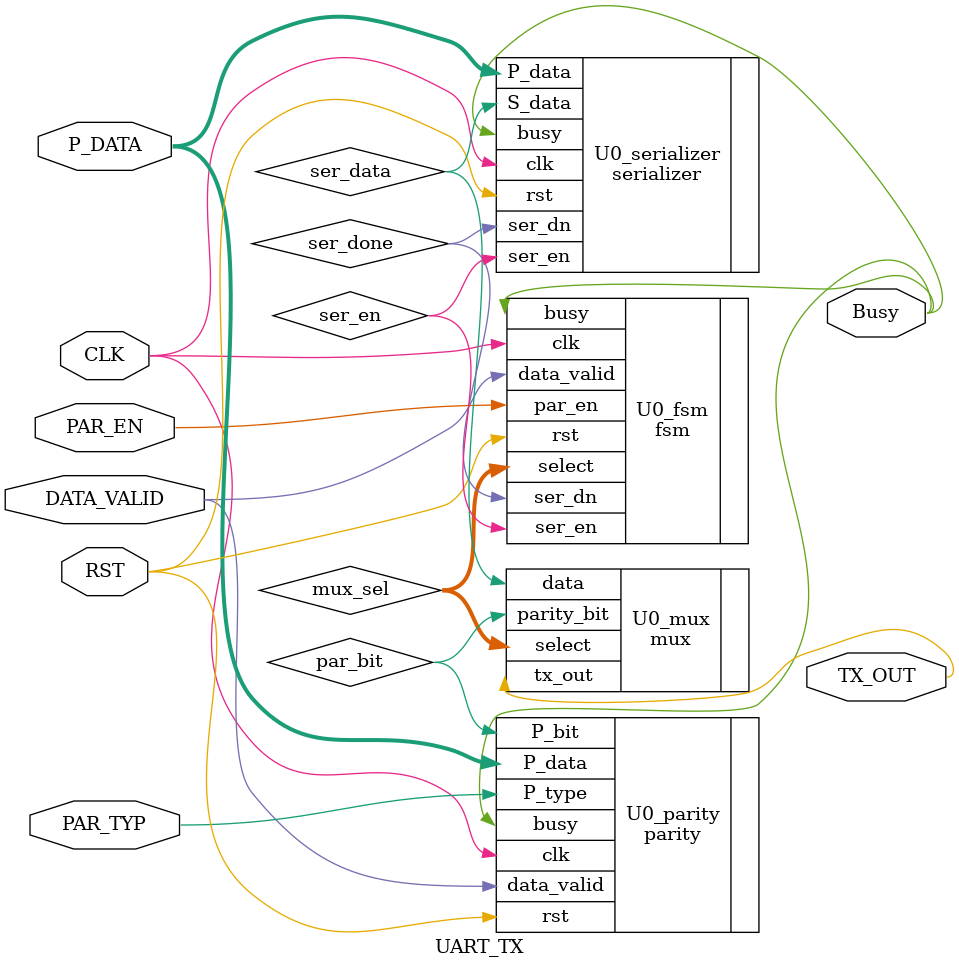
<source format=v>
module UART_TX (
 input [7:0] P_DATA,
 input DATA_VALID,
 input PAR_EN,
 input PAR_TYP,
 input CLK,
 input RST,
 output TX_OUT,
 output Busy
 );
 

wire ser_done;
wire ser_en;
wire [1:0] mux_sel;
wire ser_data;
wire par_bit;


serializer U0_serializer (
.P_data (P_DATA),
.clk (CLK),
.rst (RST),
.ser_en (ser_en),
.ser_dn (ser_done),
.S_data (ser_data),
.busy (Busy)
);

fsm U0_fsm (
.par_en (PAR_EN),
.clk (CLK),
.rst (RST),
.data_valid (DATA_VALID),
.ser_dn (ser_done),
.busy (Busy),
.select (mux_sel),
.ser_en (ser_en)
);

parity U0_parity (
.data_valid (DATA_VALID),
.P_data (P_DATA),
.P_type (PAR_TYP),
.P_bit (par_bit),
.clk (CLK),
.rst (RST),
.busy (Busy)
);

mux U0_mux (
.select (mux_sel),
.parity_bit (par_bit),
.data (ser_data),
.tx_out (TX_OUT)
);

endmodule
 

</source>
